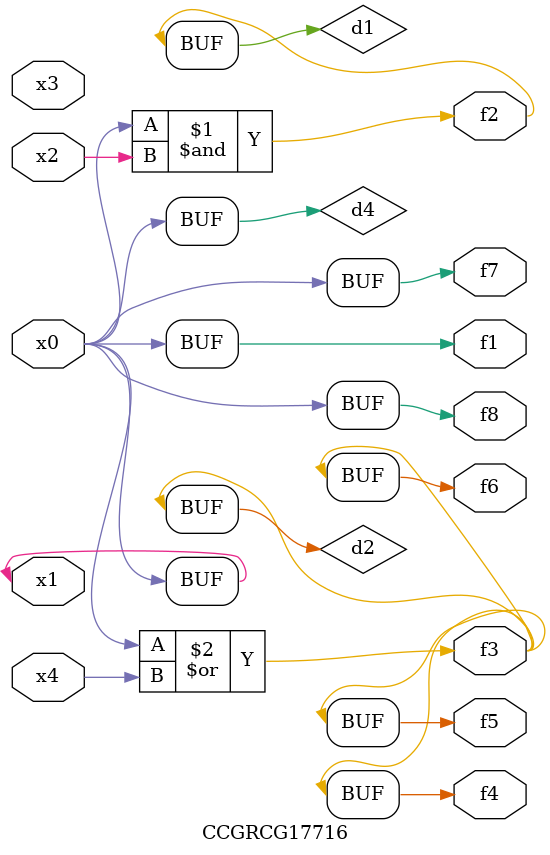
<source format=v>
module CCGRCG17716(
	input x0, x1, x2, x3, x4,
	output f1, f2, f3, f4, f5, f6, f7, f8
);

	wire d1, d2, d3, d4;

	and (d1, x0, x2);
	or (d2, x0, x4);
	nand (d3, x0, x2);
	buf (d4, x0, x1);
	assign f1 = d4;
	assign f2 = d1;
	assign f3 = d2;
	assign f4 = d2;
	assign f5 = d2;
	assign f6 = d2;
	assign f7 = d4;
	assign f8 = d4;
endmodule

</source>
